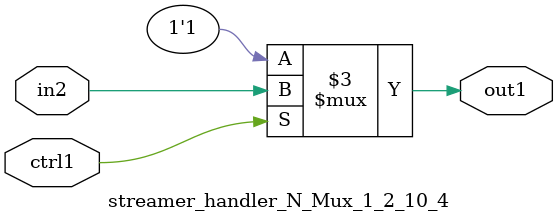
<source format=v>

`timescale 1ps / 1ps


module streamer_handler_N_Mux_1_2_10_4( in2, ctrl1, out1 );

    input in2;
    input ctrl1;
    output out1;
    reg out1;

    
    // rtl_process:streamer_handler_N_Mux_1_2_10_4/streamer_handler_N_Mux_1_2_10_4_thread_1
    always @*
      begin : streamer_handler_N_Mux_1_2_10_4_thread_1
        case (ctrl1) 
          1'b1: 
            begin
              out1 = in2;
            end
          default: 
            begin
              out1 = 1'b1;
            end
        endcase
      end

endmodule



</source>
